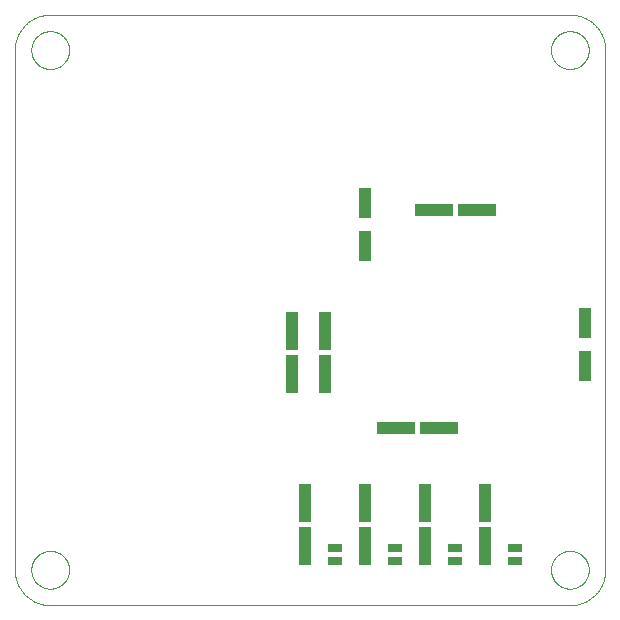
<source format=gtp>
G75*
%MOIN*%
%OFA0B0*%
%FSLAX25Y25*%
%IPPOS*%
%LPD*%
%AMOC8*
5,1,8,0,0,1.08239X$1,22.5*
%
%ADD10C,0.00000*%
%ADD11R,0.03937X0.10236*%
%ADD12R,0.12598X0.03937*%
%ADD13R,0.03937X0.12598*%
%ADD14R,0.04724X0.03150*%
D10*
X0005724Y0017535D02*
X0005724Y0190764D01*
X0011236Y0190764D02*
X0011238Y0190922D01*
X0011244Y0191080D01*
X0011254Y0191238D01*
X0011268Y0191396D01*
X0011286Y0191553D01*
X0011307Y0191710D01*
X0011333Y0191866D01*
X0011363Y0192022D01*
X0011396Y0192177D01*
X0011434Y0192330D01*
X0011475Y0192483D01*
X0011520Y0192635D01*
X0011569Y0192786D01*
X0011622Y0192935D01*
X0011678Y0193083D01*
X0011738Y0193229D01*
X0011802Y0193374D01*
X0011870Y0193517D01*
X0011941Y0193659D01*
X0012015Y0193799D01*
X0012093Y0193936D01*
X0012175Y0194072D01*
X0012259Y0194206D01*
X0012348Y0194337D01*
X0012439Y0194466D01*
X0012534Y0194593D01*
X0012631Y0194718D01*
X0012732Y0194840D01*
X0012836Y0194959D01*
X0012943Y0195076D01*
X0013053Y0195190D01*
X0013166Y0195301D01*
X0013281Y0195410D01*
X0013399Y0195515D01*
X0013520Y0195617D01*
X0013643Y0195717D01*
X0013769Y0195813D01*
X0013897Y0195906D01*
X0014027Y0195996D01*
X0014160Y0196082D01*
X0014295Y0196166D01*
X0014431Y0196245D01*
X0014570Y0196322D01*
X0014711Y0196394D01*
X0014853Y0196464D01*
X0014997Y0196529D01*
X0015143Y0196591D01*
X0015290Y0196649D01*
X0015439Y0196704D01*
X0015589Y0196755D01*
X0015740Y0196802D01*
X0015892Y0196845D01*
X0016045Y0196884D01*
X0016200Y0196920D01*
X0016355Y0196951D01*
X0016511Y0196979D01*
X0016667Y0197003D01*
X0016824Y0197023D01*
X0016982Y0197039D01*
X0017139Y0197051D01*
X0017298Y0197059D01*
X0017456Y0197063D01*
X0017614Y0197063D01*
X0017772Y0197059D01*
X0017931Y0197051D01*
X0018088Y0197039D01*
X0018246Y0197023D01*
X0018403Y0197003D01*
X0018559Y0196979D01*
X0018715Y0196951D01*
X0018870Y0196920D01*
X0019025Y0196884D01*
X0019178Y0196845D01*
X0019330Y0196802D01*
X0019481Y0196755D01*
X0019631Y0196704D01*
X0019780Y0196649D01*
X0019927Y0196591D01*
X0020073Y0196529D01*
X0020217Y0196464D01*
X0020359Y0196394D01*
X0020500Y0196322D01*
X0020639Y0196245D01*
X0020775Y0196166D01*
X0020910Y0196082D01*
X0021043Y0195996D01*
X0021173Y0195906D01*
X0021301Y0195813D01*
X0021427Y0195717D01*
X0021550Y0195617D01*
X0021671Y0195515D01*
X0021789Y0195410D01*
X0021904Y0195301D01*
X0022017Y0195190D01*
X0022127Y0195076D01*
X0022234Y0194959D01*
X0022338Y0194840D01*
X0022439Y0194718D01*
X0022536Y0194593D01*
X0022631Y0194466D01*
X0022722Y0194337D01*
X0022811Y0194206D01*
X0022895Y0194072D01*
X0022977Y0193936D01*
X0023055Y0193799D01*
X0023129Y0193659D01*
X0023200Y0193517D01*
X0023268Y0193374D01*
X0023332Y0193229D01*
X0023392Y0193083D01*
X0023448Y0192935D01*
X0023501Y0192786D01*
X0023550Y0192635D01*
X0023595Y0192483D01*
X0023636Y0192330D01*
X0023674Y0192177D01*
X0023707Y0192022D01*
X0023737Y0191866D01*
X0023763Y0191710D01*
X0023784Y0191553D01*
X0023802Y0191396D01*
X0023816Y0191238D01*
X0023826Y0191080D01*
X0023832Y0190922D01*
X0023834Y0190764D01*
X0023832Y0190606D01*
X0023826Y0190448D01*
X0023816Y0190290D01*
X0023802Y0190132D01*
X0023784Y0189975D01*
X0023763Y0189818D01*
X0023737Y0189662D01*
X0023707Y0189506D01*
X0023674Y0189351D01*
X0023636Y0189198D01*
X0023595Y0189045D01*
X0023550Y0188893D01*
X0023501Y0188742D01*
X0023448Y0188593D01*
X0023392Y0188445D01*
X0023332Y0188299D01*
X0023268Y0188154D01*
X0023200Y0188011D01*
X0023129Y0187869D01*
X0023055Y0187729D01*
X0022977Y0187592D01*
X0022895Y0187456D01*
X0022811Y0187322D01*
X0022722Y0187191D01*
X0022631Y0187062D01*
X0022536Y0186935D01*
X0022439Y0186810D01*
X0022338Y0186688D01*
X0022234Y0186569D01*
X0022127Y0186452D01*
X0022017Y0186338D01*
X0021904Y0186227D01*
X0021789Y0186118D01*
X0021671Y0186013D01*
X0021550Y0185911D01*
X0021427Y0185811D01*
X0021301Y0185715D01*
X0021173Y0185622D01*
X0021043Y0185532D01*
X0020910Y0185446D01*
X0020775Y0185362D01*
X0020639Y0185283D01*
X0020500Y0185206D01*
X0020359Y0185134D01*
X0020217Y0185064D01*
X0020073Y0184999D01*
X0019927Y0184937D01*
X0019780Y0184879D01*
X0019631Y0184824D01*
X0019481Y0184773D01*
X0019330Y0184726D01*
X0019178Y0184683D01*
X0019025Y0184644D01*
X0018870Y0184608D01*
X0018715Y0184577D01*
X0018559Y0184549D01*
X0018403Y0184525D01*
X0018246Y0184505D01*
X0018088Y0184489D01*
X0017931Y0184477D01*
X0017772Y0184469D01*
X0017614Y0184465D01*
X0017456Y0184465D01*
X0017298Y0184469D01*
X0017139Y0184477D01*
X0016982Y0184489D01*
X0016824Y0184505D01*
X0016667Y0184525D01*
X0016511Y0184549D01*
X0016355Y0184577D01*
X0016200Y0184608D01*
X0016045Y0184644D01*
X0015892Y0184683D01*
X0015740Y0184726D01*
X0015589Y0184773D01*
X0015439Y0184824D01*
X0015290Y0184879D01*
X0015143Y0184937D01*
X0014997Y0184999D01*
X0014853Y0185064D01*
X0014711Y0185134D01*
X0014570Y0185206D01*
X0014431Y0185283D01*
X0014295Y0185362D01*
X0014160Y0185446D01*
X0014027Y0185532D01*
X0013897Y0185622D01*
X0013769Y0185715D01*
X0013643Y0185811D01*
X0013520Y0185911D01*
X0013399Y0186013D01*
X0013281Y0186118D01*
X0013166Y0186227D01*
X0013053Y0186338D01*
X0012943Y0186452D01*
X0012836Y0186569D01*
X0012732Y0186688D01*
X0012631Y0186810D01*
X0012534Y0186935D01*
X0012439Y0187062D01*
X0012348Y0187191D01*
X0012259Y0187322D01*
X0012175Y0187456D01*
X0012093Y0187592D01*
X0012015Y0187729D01*
X0011941Y0187869D01*
X0011870Y0188011D01*
X0011802Y0188154D01*
X0011738Y0188299D01*
X0011678Y0188445D01*
X0011622Y0188593D01*
X0011569Y0188742D01*
X0011520Y0188893D01*
X0011475Y0189045D01*
X0011434Y0189198D01*
X0011396Y0189351D01*
X0011363Y0189506D01*
X0011333Y0189662D01*
X0011307Y0189818D01*
X0011286Y0189975D01*
X0011268Y0190132D01*
X0011254Y0190290D01*
X0011244Y0190448D01*
X0011238Y0190606D01*
X0011236Y0190764D01*
X0005724Y0190764D02*
X0005727Y0191049D01*
X0005738Y0191335D01*
X0005755Y0191620D01*
X0005779Y0191904D01*
X0005810Y0192188D01*
X0005848Y0192471D01*
X0005893Y0192752D01*
X0005944Y0193033D01*
X0006002Y0193313D01*
X0006067Y0193591D01*
X0006139Y0193867D01*
X0006217Y0194141D01*
X0006302Y0194414D01*
X0006394Y0194684D01*
X0006492Y0194952D01*
X0006596Y0195218D01*
X0006707Y0195481D01*
X0006824Y0195741D01*
X0006947Y0195999D01*
X0007077Y0196253D01*
X0007213Y0196504D01*
X0007354Y0196752D01*
X0007502Y0196996D01*
X0007655Y0197237D01*
X0007815Y0197473D01*
X0007980Y0197706D01*
X0008150Y0197935D01*
X0008326Y0198160D01*
X0008508Y0198380D01*
X0008694Y0198596D01*
X0008886Y0198807D01*
X0009083Y0199014D01*
X0009285Y0199216D01*
X0009492Y0199413D01*
X0009703Y0199605D01*
X0009919Y0199791D01*
X0010139Y0199973D01*
X0010364Y0200149D01*
X0010593Y0200319D01*
X0010826Y0200484D01*
X0011062Y0200644D01*
X0011303Y0200797D01*
X0011547Y0200945D01*
X0011795Y0201086D01*
X0012046Y0201222D01*
X0012300Y0201352D01*
X0012558Y0201475D01*
X0012818Y0201592D01*
X0013081Y0201703D01*
X0013347Y0201807D01*
X0013615Y0201905D01*
X0013885Y0201997D01*
X0014158Y0202082D01*
X0014432Y0202160D01*
X0014708Y0202232D01*
X0014986Y0202297D01*
X0015266Y0202355D01*
X0015547Y0202406D01*
X0015828Y0202451D01*
X0016111Y0202489D01*
X0016395Y0202520D01*
X0016679Y0202544D01*
X0016964Y0202561D01*
X0017250Y0202572D01*
X0017535Y0202575D01*
X0190764Y0202575D01*
X0184465Y0190764D02*
X0184467Y0190922D01*
X0184473Y0191080D01*
X0184483Y0191238D01*
X0184497Y0191396D01*
X0184515Y0191553D01*
X0184536Y0191710D01*
X0184562Y0191866D01*
X0184592Y0192022D01*
X0184625Y0192177D01*
X0184663Y0192330D01*
X0184704Y0192483D01*
X0184749Y0192635D01*
X0184798Y0192786D01*
X0184851Y0192935D01*
X0184907Y0193083D01*
X0184967Y0193229D01*
X0185031Y0193374D01*
X0185099Y0193517D01*
X0185170Y0193659D01*
X0185244Y0193799D01*
X0185322Y0193936D01*
X0185404Y0194072D01*
X0185488Y0194206D01*
X0185577Y0194337D01*
X0185668Y0194466D01*
X0185763Y0194593D01*
X0185860Y0194718D01*
X0185961Y0194840D01*
X0186065Y0194959D01*
X0186172Y0195076D01*
X0186282Y0195190D01*
X0186395Y0195301D01*
X0186510Y0195410D01*
X0186628Y0195515D01*
X0186749Y0195617D01*
X0186872Y0195717D01*
X0186998Y0195813D01*
X0187126Y0195906D01*
X0187256Y0195996D01*
X0187389Y0196082D01*
X0187524Y0196166D01*
X0187660Y0196245D01*
X0187799Y0196322D01*
X0187940Y0196394D01*
X0188082Y0196464D01*
X0188226Y0196529D01*
X0188372Y0196591D01*
X0188519Y0196649D01*
X0188668Y0196704D01*
X0188818Y0196755D01*
X0188969Y0196802D01*
X0189121Y0196845D01*
X0189274Y0196884D01*
X0189429Y0196920D01*
X0189584Y0196951D01*
X0189740Y0196979D01*
X0189896Y0197003D01*
X0190053Y0197023D01*
X0190211Y0197039D01*
X0190368Y0197051D01*
X0190527Y0197059D01*
X0190685Y0197063D01*
X0190843Y0197063D01*
X0191001Y0197059D01*
X0191160Y0197051D01*
X0191317Y0197039D01*
X0191475Y0197023D01*
X0191632Y0197003D01*
X0191788Y0196979D01*
X0191944Y0196951D01*
X0192099Y0196920D01*
X0192254Y0196884D01*
X0192407Y0196845D01*
X0192559Y0196802D01*
X0192710Y0196755D01*
X0192860Y0196704D01*
X0193009Y0196649D01*
X0193156Y0196591D01*
X0193302Y0196529D01*
X0193446Y0196464D01*
X0193588Y0196394D01*
X0193729Y0196322D01*
X0193868Y0196245D01*
X0194004Y0196166D01*
X0194139Y0196082D01*
X0194272Y0195996D01*
X0194402Y0195906D01*
X0194530Y0195813D01*
X0194656Y0195717D01*
X0194779Y0195617D01*
X0194900Y0195515D01*
X0195018Y0195410D01*
X0195133Y0195301D01*
X0195246Y0195190D01*
X0195356Y0195076D01*
X0195463Y0194959D01*
X0195567Y0194840D01*
X0195668Y0194718D01*
X0195765Y0194593D01*
X0195860Y0194466D01*
X0195951Y0194337D01*
X0196040Y0194206D01*
X0196124Y0194072D01*
X0196206Y0193936D01*
X0196284Y0193799D01*
X0196358Y0193659D01*
X0196429Y0193517D01*
X0196497Y0193374D01*
X0196561Y0193229D01*
X0196621Y0193083D01*
X0196677Y0192935D01*
X0196730Y0192786D01*
X0196779Y0192635D01*
X0196824Y0192483D01*
X0196865Y0192330D01*
X0196903Y0192177D01*
X0196936Y0192022D01*
X0196966Y0191866D01*
X0196992Y0191710D01*
X0197013Y0191553D01*
X0197031Y0191396D01*
X0197045Y0191238D01*
X0197055Y0191080D01*
X0197061Y0190922D01*
X0197063Y0190764D01*
X0197061Y0190606D01*
X0197055Y0190448D01*
X0197045Y0190290D01*
X0197031Y0190132D01*
X0197013Y0189975D01*
X0196992Y0189818D01*
X0196966Y0189662D01*
X0196936Y0189506D01*
X0196903Y0189351D01*
X0196865Y0189198D01*
X0196824Y0189045D01*
X0196779Y0188893D01*
X0196730Y0188742D01*
X0196677Y0188593D01*
X0196621Y0188445D01*
X0196561Y0188299D01*
X0196497Y0188154D01*
X0196429Y0188011D01*
X0196358Y0187869D01*
X0196284Y0187729D01*
X0196206Y0187592D01*
X0196124Y0187456D01*
X0196040Y0187322D01*
X0195951Y0187191D01*
X0195860Y0187062D01*
X0195765Y0186935D01*
X0195668Y0186810D01*
X0195567Y0186688D01*
X0195463Y0186569D01*
X0195356Y0186452D01*
X0195246Y0186338D01*
X0195133Y0186227D01*
X0195018Y0186118D01*
X0194900Y0186013D01*
X0194779Y0185911D01*
X0194656Y0185811D01*
X0194530Y0185715D01*
X0194402Y0185622D01*
X0194272Y0185532D01*
X0194139Y0185446D01*
X0194004Y0185362D01*
X0193868Y0185283D01*
X0193729Y0185206D01*
X0193588Y0185134D01*
X0193446Y0185064D01*
X0193302Y0184999D01*
X0193156Y0184937D01*
X0193009Y0184879D01*
X0192860Y0184824D01*
X0192710Y0184773D01*
X0192559Y0184726D01*
X0192407Y0184683D01*
X0192254Y0184644D01*
X0192099Y0184608D01*
X0191944Y0184577D01*
X0191788Y0184549D01*
X0191632Y0184525D01*
X0191475Y0184505D01*
X0191317Y0184489D01*
X0191160Y0184477D01*
X0191001Y0184469D01*
X0190843Y0184465D01*
X0190685Y0184465D01*
X0190527Y0184469D01*
X0190368Y0184477D01*
X0190211Y0184489D01*
X0190053Y0184505D01*
X0189896Y0184525D01*
X0189740Y0184549D01*
X0189584Y0184577D01*
X0189429Y0184608D01*
X0189274Y0184644D01*
X0189121Y0184683D01*
X0188969Y0184726D01*
X0188818Y0184773D01*
X0188668Y0184824D01*
X0188519Y0184879D01*
X0188372Y0184937D01*
X0188226Y0184999D01*
X0188082Y0185064D01*
X0187940Y0185134D01*
X0187799Y0185206D01*
X0187660Y0185283D01*
X0187524Y0185362D01*
X0187389Y0185446D01*
X0187256Y0185532D01*
X0187126Y0185622D01*
X0186998Y0185715D01*
X0186872Y0185811D01*
X0186749Y0185911D01*
X0186628Y0186013D01*
X0186510Y0186118D01*
X0186395Y0186227D01*
X0186282Y0186338D01*
X0186172Y0186452D01*
X0186065Y0186569D01*
X0185961Y0186688D01*
X0185860Y0186810D01*
X0185763Y0186935D01*
X0185668Y0187062D01*
X0185577Y0187191D01*
X0185488Y0187322D01*
X0185404Y0187456D01*
X0185322Y0187592D01*
X0185244Y0187729D01*
X0185170Y0187869D01*
X0185099Y0188011D01*
X0185031Y0188154D01*
X0184967Y0188299D01*
X0184907Y0188445D01*
X0184851Y0188593D01*
X0184798Y0188742D01*
X0184749Y0188893D01*
X0184704Y0189045D01*
X0184663Y0189198D01*
X0184625Y0189351D01*
X0184592Y0189506D01*
X0184562Y0189662D01*
X0184536Y0189818D01*
X0184515Y0189975D01*
X0184497Y0190132D01*
X0184483Y0190290D01*
X0184473Y0190448D01*
X0184467Y0190606D01*
X0184465Y0190764D01*
X0190764Y0202575D02*
X0191049Y0202572D01*
X0191335Y0202561D01*
X0191620Y0202544D01*
X0191904Y0202520D01*
X0192188Y0202489D01*
X0192471Y0202451D01*
X0192752Y0202406D01*
X0193033Y0202355D01*
X0193313Y0202297D01*
X0193591Y0202232D01*
X0193867Y0202160D01*
X0194141Y0202082D01*
X0194414Y0201997D01*
X0194684Y0201905D01*
X0194952Y0201807D01*
X0195218Y0201703D01*
X0195481Y0201592D01*
X0195741Y0201475D01*
X0195999Y0201352D01*
X0196253Y0201222D01*
X0196504Y0201086D01*
X0196752Y0200945D01*
X0196996Y0200797D01*
X0197237Y0200644D01*
X0197473Y0200484D01*
X0197706Y0200319D01*
X0197935Y0200149D01*
X0198160Y0199973D01*
X0198380Y0199791D01*
X0198596Y0199605D01*
X0198807Y0199413D01*
X0199014Y0199216D01*
X0199216Y0199014D01*
X0199413Y0198807D01*
X0199605Y0198596D01*
X0199791Y0198380D01*
X0199973Y0198160D01*
X0200149Y0197935D01*
X0200319Y0197706D01*
X0200484Y0197473D01*
X0200644Y0197237D01*
X0200797Y0196996D01*
X0200945Y0196752D01*
X0201086Y0196504D01*
X0201222Y0196253D01*
X0201352Y0195999D01*
X0201475Y0195741D01*
X0201592Y0195481D01*
X0201703Y0195218D01*
X0201807Y0194952D01*
X0201905Y0194684D01*
X0201997Y0194414D01*
X0202082Y0194141D01*
X0202160Y0193867D01*
X0202232Y0193591D01*
X0202297Y0193313D01*
X0202355Y0193033D01*
X0202406Y0192752D01*
X0202451Y0192471D01*
X0202489Y0192188D01*
X0202520Y0191904D01*
X0202544Y0191620D01*
X0202561Y0191335D01*
X0202572Y0191049D01*
X0202575Y0190764D01*
X0202575Y0017535D01*
X0184465Y0017535D02*
X0184467Y0017693D01*
X0184473Y0017851D01*
X0184483Y0018009D01*
X0184497Y0018167D01*
X0184515Y0018324D01*
X0184536Y0018481D01*
X0184562Y0018637D01*
X0184592Y0018793D01*
X0184625Y0018948D01*
X0184663Y0019101D01*
X0184704Y0019254D01*
X0184749Y0019406D01*
X0184798Y0019557D01*
X0184851Y0019706D01*
X0184907Y0019854D01*
X0184967Y0020000D01*
X0185031Y0020145D01*
X0185099Y0020288D01*
X0185170Y0020430D01*
X0185244Y0020570D01*
X0185322Y0020707D01*
X0185404Y0020843D01*
X0185488Y0020977D01*
X0185577Y0021108D01*
X0185668Y0021237D01*
X0185763Y0021364D01*
X0185860Y0021489D01*
X0185961Y0021611D01*
X0186065Y0021730D01*
X0186172Y0021847D01*
X0186282Y0021961D01*
X0186395Y0022072D01*
X0186510Y0022181D01*
X0186628Y0022286D01*
X0186749Y0022388D01*
X0186872Y0022488D01*
X0186998Y0022584D01*
X0187126Y0022677D01*
X0187256Y0022767D01*
X0187389Y0022853D01*
X0187524Y0022937D01*
X0187660Y0023016D01*
X0187799Y0023093D01*
X0187940Y0023165D01*
X0188082Y0023235D01*
X0188226Y0023300D01*
X0188372Y0023362D01*
X0188519Y0023420D01*
X0188668Y0023475D01*
X0188818Y0023526D01*
X0188969Y0023573D01*
X0189121Y0023616D01*
X0189274Y0023655D01*
X0189429Y0023691D01*
X0189584Y0023722D01*
X0189740Y0023750D01*
X0189896Y0023774D01*
X0190053Y0023794D01*
X0190211Y0023810D01*
X0190368Y0023822D01*
X0190527Y0023830D01*
X0190685Y0023834D01*
X0190843Y0023834D01*
X0191001Y0023830D01*
X0191160Y0023822D01*
X0191317Y0023810D01*
X0191475Y0023794D01*
X0191632Y0023774D01*
X0191788Y0023750D01*
X0191944Y0023722D01*
X0192099Y0023691D01*
X0192254Y0023655D01*
X0192407Y0023616D01*
X0192559Y0023573D01*
X0192710Y0023526D01*
X0192860Y0023475D01*
X0193009Y0023420D01*
X0193156Y0023362D01*
X0193302Y0023300D01*
X0193446Y0023235D01*
X0193588Y0023165D01*
X0193729Y0023093D01*
X0193868Y0023016D01*
X0194004Y0022937D01*
X0194139Y0022853D01*
X0194272Y0022767D01*
X0194402Y0022677D01*
X0194530Y0022584D01*
X0194656Y0022488D01*
X0194779Y0022388D01*
X0194900Y0022286D01*
X0195018Y0022181D01*
X0195133Y0022072D01*
X0195246Y0021961D01*
X0195356Y0021847D01*
X0195463Y0021730D01*
X0195567Y0021611D01*
X0195668Y0021489D01*
X0195765Y0021364D01*
X0195860Y0021237D01*
X0195951Y0021108D01*
X0196040Y0020977D01*
X0196124Y0020843D01*
X0196206Y0020707D01*
X0196284Y0020570D01*
X0196358Y0020430D01*
X0196429Y0020288D01*
X0196497Y0020145D01*
X0196561Y0020000D01*
X0196621Y0019854D01*
X0196677Y0019706D01*
X0196730Y0019557D01*
X0196779Y0019406D01*
X0196824Y0019254D01*
X0196865Y0019101D01*
X0196903Y0018948D01*
X0196936Y0018793D01*
X0196966Y0018637D01*
X0196992Y0018481D01*
X0197013Y0018324D01*
X0197031Y0018167D01*
X0197045Y0018009D01*
X0197055Y0017851D01*
X0197061Y0017693D01*
X0197063Y0017535D01*
X0197061Y0017377D01*
X0197055Y0017219D01*
X0197045Y0017061D01*
X0197031Y0016903D01*
X0197013Y0016746D01*
X0196992Y0016589D01*
X0196966Y0016433D01*
X0196936Y0016277D01*
X0196903Y0016122D01*
X0196865Y0015969D01*
X0196824Y0015816D01*
X0196779Y0015664D01*
X0196730Y0015513D01*
X0196677Y0015364D01*
X0196621Y0015216D01*
X0196561Y0015070D01*
X0196497Y0014925D01*
X0196429Y0014782D01*
X0196358Y0014640D01*
X0196284Y0014500D01*
X0196206Y0014363D01*
X0196124Y0014227D01*
X0196040Y0014093D01*
X0195951Y0013962D01*
X0195860Y0013833D01*
X0195765Y0013706D01*
X0195668Y0013581D01*
X0195567Y0013459D01*
X0195463Y0013340D01*
X0195356Y0013223D01*
X0195246Y0013109D01*
X0195133Y0012998D01*
X0195018Y0012889D01*
X0194900Y0012784D01*
X0194779Y0012682D01*
X0194656Y0012582D01*
X0194530Y0012486D01*
X0194402Y0012393D01*
X0194272Y0012303D01*
X0194139Y0012217D01*
X0194004Y0012133D01*
X0193868Y0012054D01*
X0193729Y0011977D01*
X0193588Y0011905D01*
X0193446Y0011835D01*
X0193302Y0011770D01*
X0193156Y0011708D01*
X0193009Y0011650D01*
X0192860Y0011595D01*
X0192710Y0011544D01*
X0192559Y0011497D01*
X0192407Y0011454D01*
X0192254Y0011415D01*
X0192099Y0011379D01*
X0191944Y0011348D01*
X0191788Y0011320D01*
X0191632Y0011296D01*
X0191475Y0011276D01*
X0191317Y0011260D01*
X0191160Y0011248D01*
X0191001Y0011240D01*
X0190843Y0011236D01*
X0190685Y0011236D01*
X0190527Y0011240D01*
X0190368Y0011248D01*
X0190211Y0011260D01*
X0190053Y0011276D01*
X0189896Y0011296D01*
X0189740Y0011320D01*
X0189584Y0011348D01*
X0189429Y0011379D01*
X0189274Y0011415D01*
X0189121Y0011454D01*
X0188969Y0011497D01*
X0188818Y0011544D01*
X0188668Y0011595D01*
X0188519Y0011650D01*
X0188372Y0011708D01*
X0188226Y0011770D01*
X0188082Y0011835D01*
X0187940Y0011905D01*
X0187799Y0011977D01*
X0187660Y0012054D01*
X0187524Y0012133D01*
X0187389Y0012217D01*
X0187256Y0012303D01*
X0187126Y0012393D01*
X0186998Y0012486D01*
X0186872Y0012582D01*
X0186749Y0012682D01*
X0186628Y0012784D01*
X0186510Y0012889D01*
X0186395Y0012998D01*
X0186282Y0013109D01*
X0186172Y0013223D01*
X0186065Y0013340D01*
X0185961Y0013459D01*
X0185860Y0013581D01*
X0185763Y0013706D01*
X0185668Y0013833D01*
X0185577Y0013962D01*
X0185488Y0014093D01*
X0185404Y0014227D01*
X0185322Y0014363D01*
X0185244Y0014500D01*
X0185170Y0014640D01*
X0185099Y0014782D01*
X0185031Y0014925D01*
X0184967Y0015070D01*
X0184907Y0015216D01*
X0184851Y0015364D01*
X0184798Y0015513D01*
X0184749Y0015664D01*
X0184704Y0015816D01*
X0184663Y0015969D01*
X0184625Y0016122D01*
X0184592Y0016277D01*
X0184562Y0016433D01*
X0184536Y0016589D01*
X0184515Y0016746D01*
X0184497Y0016903D01*
X0184483Y0017061D01*
X0184473Y0017219D01*
X0184467Y0017377D01*
X0184465Y0017535D01*
X0190764Y0005724D02*
X0191049Y0005727D01*
X0191335Y0005738D01*
X0191620Y0005755D01*
X0191904Y0005779D01*
X0192188Y0005810D01*
X0192471Y0005848D01*
X0192752Y0005893D01*
X0193033Y0005944D01*
X0193313Y0006002D01*
X0193591Y0006067D01*
X0193867Y0006139D01*
X0194141Y0006217D01*
X0194414Y0006302D01*
X0194684Y0006394D01*
X0194952Y0006492D01*
X0195218Y0006596D01*
X0195481Y0006707D01*
X0195741Y0006824D01*
X0195999Y0006947D01*
X0196253Y0007077D01*
X0196504Y0007213D01*
X0196752Y0007354D01*
X0196996Y0007502D01*
X0197237Y0007655D01*
X0197473Y0007815D01*
X0197706Y0007980D01*
X0197935Y0008150D01*
X0198160Y0008326D01*
X0198380Y0008508D01*
X0198596Y0008694D01*
X0198807Y0008886D01*
X0199014Y0009083D01*
X0199216Y0009285D01*
X0199413Y0009492D01*
X0199605Y0009703D01*
X0199791Y0009919D01*
X0199973Y0010139D01*
X0200149Y0010364D01*
X0200319Y0010593D01*
X0200484Y0010826D01*
X0200644Y0011062D01*
X0200797Y0011303D01*
X0200945Y0011547D01*
X0201086Y0011795D01*
X0201222Y0012046D01*
X0201352Y0012300D01*
X0201475Y0012558D01*
X0201592Y0012818D01*
X0201703Y0013081D01*
X0201807Y0013347D01*
X0201905Y0013615D01*
X0201997Y0013885D01*
X0202082Y0014158D01*
X0202160Y0014432D01*
X0202232Y0014708D01*
X0202297Y0014986D01*
X0202355Y0015266D01*
X0202406Y0015547D01*
X0202451Y0015828D01*
X0202489Y0016111D01*
X0202520Y0016395D01*
X0202544Y0016679D01*
X0202561Y0016964D01*
X0202572Y0017250D01*
X0202575Y0017535D01*
X0190764Y0005724D02*
X0017535Y0005724D01*
X0011236Y0017535D02*
X0011238Y0017693D01*
X0011244Y0017851D01*
X0011254Y0018009D01*
X0011268Y0018167D01*
X0011286Y0018324D01*
X0011307Y0018481D01*
X0011333Y0018637D01*
X0011363Y0018793D01*
X0011396Y0018948D01*
X0011434Y0019101D01*
X0011475Y0019254D01*
X0011520Y0019406D01*
X0011569Y0019557D01*
X0011622Y0019706D01*
X0011678Y0019854D01*
X0011738Y0020000D01*
X0011802Y0020145D01*
X0011870Y0020288D01*
X0011941Y0020430D01*
X0012015Y0020570D01*
X0012093Y0020707D01*
X0012175Y0020843D01*
X0012259Y0020977D01*
X0012348Y0021108D01*
X0012439Y0021237D01*
X0012534Y0021364D01*
X0012631Y0021489D01*
X0012732Y0021611D01*
X0012836Y0021730D01*
X0012943Y0021847D01*
X0013053Y0021961D01*
X0013166Y0022072D01*
X0013281Y0022181D01*
X0013399Y0022286D01*
X0013520Y0022388D01*
X0013643Y0022488D01*
X0013769Y0022584D01*
X0013897Y0022677D01*
X0014027Y0022767D01*
X0014160Y0022853D01*
X0014295Y0022937D01*
X0014431Y0023016D01*
X0014570Y0023093D01*
X0014711Y0023165D01*
X0014853Y0023235D01*
X0014997Y0023300D01*
X0015143Y0023362D01*
X0015290Y0023420D01*
X0015439Y0023475D01*
X0015589Y0023526D01*
X0015740Y0023573D01*
X0015892Y0023616D01*
X0016045Y0023655D01*
X0016200Y0023691D01*
X0016355Y0023722D01*
X0016511Y0023750D01*
X0016667Y0023774D01*
X0016824Y0023794D01*
X0016982Y0023810D01*
X0017139Y0023822D01*
X0017298Y0023830D01*
X0017456Y0023834D01*
X0017614Y0023834D01*
X0017772Y0023830D01*
X0017931Y0023822D01*
X0018088Y0023810D01*
X0018246Y0023794D01*
X0018403Y0023774D01*
X0018559Y0023750D01*
X0018715Y0023722D01*
X0018870Y0023691D01*
X0019025Y0023655D01*
X0019178Y0023616D01*
X0019330Y0023573D01*
X0019481Y0023526D01*
X0019631Y0023475D01*
X0019780Y0023420D01*
X0019927Y0023362D01*
X0020073Y0023300D01*
X0020217Y0023235D01*
X0020359Y0023165D01*
X0020500Y0023093D01*
X0020639Y0023016D01*
X0020775Y0022937D01*
X0020910Y0022853D01*
X0021043Y0022767D01*
X0021173Y0022677D01*
X0021301Y0022584D01*
X0021427Y0022488D01*
X0021550Y0022388D01*
X0021671Y0022286D01*
X0021789Y0022181D01*
X0021904Y0022072D01*
X0022017Y0021961D01*
X0022127Y0021847D01*
X0022234Y0021730D01*
X0022338Y0021611D01*
X0022439Y0021489D01*
X0022536Y0021364D01*
X0022631Y0021237D01*
X0022722Y0021108D01*
X0022811Y0020977D01*
X0022895Y0020843D01*
X0022977Y0020707D01*
X0023055Y0020570D01*
X0023129Y0020430D01*
X0023200Y0020288D01*
X0023268Y0020145D01*
X0023332Y0020000D01*
X0023392Y0019854D01*
X0023448Y0019706D01*
X0023501Y0019557D01*
X0023550Y0019406D01*
X0023595Y0019254D01*
X0023636Y0019101D01*
X0023674Y0018948D01*
X0023707Y0018793D01*
X0023737Y0018637D01*
X0023763Y0018481D01*
X0023784Y0018324D01*
X0023802Y0018167D01*
X0023816Y0018009D01*
X0023826Y0017851D01*
X0023832Y0017693D01*
X0023834Y0017535D01*
X0023832Y0017377D01*
X0023826Y0017219D01*
X0023816Y0017061D01*
X0023802Y0016903D01*
X0023784Y0016746D01*
X0023763Y0016589D01*
X0023737Y0016433D01*
X0023707Y0016277D01*
X0023674Y0016122D01*
X0023636Y0015969D01*
X0023595Y0015816D01*
X0023550Y0015664D01*
X0023501Y0015513D01*
X0023448Y0015364D01*
X0023392Y0015216D01*
X0023332Y0015070D01*
X0023268Y0014925D01*
X0023200Y0014782D01*
X0023129Y0014640D01*
X0023055Y0014500D01*
X0022977Y0014363D01*
X0022895Y0014227D01*
X0022811Y0014093D01*
X0022722Y0013962D01*
X0022631Y0013833D01*
X0022536Y0013706D01*
X0022439Y0013581D01*
X0022338Y0013459D01*
X0022234Y0013340D01*
X0022127Y0013223D01*
X0022017Y0013109D01*
X0021904Y0012998D01*
X0021789Y0012889D01*
X0021671Y0012784D01*
X0021550Y0012682D01*
X0021427Y0012582D01*
X0021301Y0012486D01*
X0021173Y0012393D01*
X0021043Y0012303D01*
X0020910Y0012217D01*
X0020775Y0012133D01*
X0020639Y0012054D01*
X0020500Y0011977D01*
X0020359Y0011905D01*
X0020217Y0011835D01*
X0020073Y0011770D01*
X0019927Y0011708D01*
X0019780Y0011650D01*
X0019631Y0011595D01*
X0019481Y0011544D01*
X0019330Y0011497D01*
X0019178Y0011454D01*
X0019025Y0011415D01*
X0018870Y0011379D01*
X0018715Y0011348D01*
X0018559Y0011320D01*
X0018403Y0011296D01*
X0018246Y0011276D01*
X0018088Y0011260D01*
X0017931Y0011248D01*
X0017772Y0011240D01*
X0017614Y0011236D01*
X0017456Y0011236D01*
X0017298Y0011240D01*
X0017139Y0011248D01*
X0016982Y0011260D01*
X0016824Y0011276D01*
X0016667Y0011296D01*
X0016511Y0011320D01*
X0016355Y0011348D01*
X0016200Y0011379D01*
X0016045Y0011415D01*
X0015892Y0011454D01*
X0015740Y0011497D01*
X0015589Y0011544D01*
X0015439Y0011595D01*
X0015290Y0011650D01*
X0015143Y0011708D01*
X0014997Y0011770D01*
X0014853Y0011835D01*
X0014711Y0011905D01*
X0014570Y0011977D01*
X0014431Y0012054D01*
X0014295Y0012133D01*
X0014160Y0012217D01*
X0014027Y0012303D01*
X0013897Y0012393D01*
X0013769Y0012486D01*
X0013643Y0012582D01*
X0013520Y0012682D01*
X0013399Y0012784D01*
X0013281Y0012889D01*
X0013166Y0012998D01*
X0013053Y0013109D01*
X0012943Y0013223D01*
X0012836Y0013340D01*
X0012732Y0013459D01*
X0012631Y0013581D01*
X0012534Y0013706D01*
X0012439Y0013833D01*
X0012348Y0013962D01*
X0012259Y0014093D01*
X0012175Y0014227D01*
X0012093Y0014363D01*
X0012015Y0014500D01*
X0011941Y0014640D01*
X0011870Y0014782D01*
X0011802Y0014925D01*
X0011738Y0015070D01*
X0011678Y0015216D01*
X0011622Y0015364D01*
X0011569Y0015513D01*
X0011520Y0015664D01*
X0011475Y0015816D01*
X0011434Y0015969D01*
X0011396Y0016122D01*
X0011363Y0016277D01*
X0011333Y0016433D01*
X0011307Y0016589D01*
X0011286Y0016746D01*
X0011268Y0016903D01*
X0011254Y0017061D01*
X0011244Y0017219D01*
X0011238Y0017377D01*
X0011236Y0017535D01*
X0005724Y0017535D02*
X0005727Y0017250D01*
X0005738Y0016964D01*
X0005755Y0016679D01*
X0005779Y0016395D01*
X0005810Y0016111D01*
X0005848Y0015828D01*
X0005893Y0015547D01*
X0005944Y0015266D01*
X0006002Y0014986D01*
X0006067Y0014708D01*
X0006139Y0014432D01*
X0006217Y0014158D01*
X0006302Y0013885D01*
X0006394Y0013615D01*
X0006492Y0013347D01*
X0006596Y0013081D01*
X0006707Y0012818D01*
X0006824Y0012558D01*
X0006947Y0012300D01*
X0007077Y0012046D01*
X0007213Y0011795D01*
X0007354Y0011547D01*
X0007502Y0011303D01*
X0007655Y0011062D01*
X0007815Y0010826D01*
X0007980Y0010593D01*
X0008150Y0010364D01*
X0008326Y0010139D01*
X0008508Y0009919D01*
X0008694Y0009703D01*
X0008886Y0009492D01*
X0009083Y0009285D01*
X0009285Y0009083D01*
X0009492Y0008886D01*
X0009703Y0008694D01*
X0009919Y0008508D01*
X0010139Y0008326D01*
X0010364Y0008150D01*
X0010593Y0007980D01*
X0010826Y0007815D01*
X0011062Y0007655D01*
X0011303Y0007502D01*
X0011547Y0007354D01*
X0011795Y0007213D01*
X0012046Y0007077D01*
X0012300Y0006947D01*
X0012558Y0006824D01*
X0012818Y0006707D01*
X0013081Y0006596D01*
X0013347Y0006492D01*
X0013615Y0006394D01*
X0013885Y0006302D01*
X0014158Y0006217D01*
X0014432Y0006139D01*
X0014708Y0006067D01*
X0014986Y0006002D01*
X0015266Y0005944D01*
X0015547Y0005893D01*
X0015828Y0005848D01*
X0016111Y0005810D01*
X0016395Y0005779D01*
X0016679Y0005755D01*
X0016964Y0005738D01*
X0017250Y0005727D01*
X0017535Y0005724D01*
D11*
X0122575Y0125488D03*
X0122575Y0139661D03*
X0195724Y0099661D03*
X0195724Y0085488D03*
D12*
X0147024Y0064937D03*
X0132850Y0064937D03*
X0145488Y0137575D03*
X0159661Y0137575D03*
D13*
X0109012Y0097024D03*
X0098224Y0097024D03*
X0098224Y0082850D03*
X0109012Y0082850D03*
X0102575Y0039661D03*
X0102575Y0025488D03*
X0122575Y0025488D03*
X0122575Y0039661D03*
X0142575Y0039661D03*
X0142575Y0025488D03*
X0162575Y0025488D03*
X0162575Y0039661D03*
D14*
X0172575Y0024661D03*
X0172575Y0020488D03*
X0152575Y0020488D03*
X0152575Y0024661D03*
X0132575Y0024661D03*
X0132575Y0020488D03*
X0112575Y0020488D03*
X0112575Y0024661D03*
M02*

</source>
